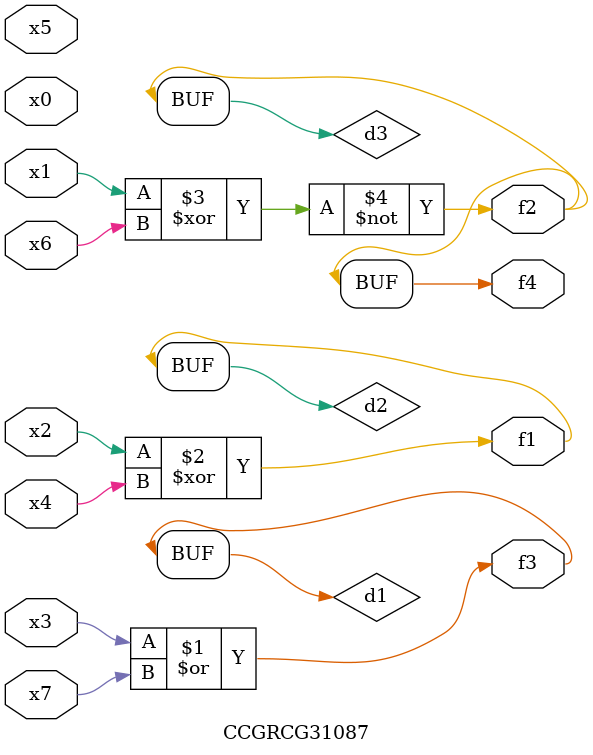
<source format=v>
module CCGRCG31087(
	input x0, x1, x2, x3, x4, x5, x6, x7,
	output f1, f2, f3, f4
);

	wire d1, d2, d3;

	or (d1, x3, x7);
	xor (d2, x2, x4);
	xnor (d3, x1, x6);
	assign f1 = d2;
	assign f2 = d3;
	assign f3 = d1;
	assign f4 = d3;
endmodule

</source>
